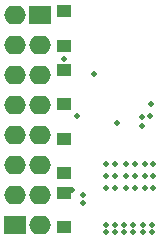
<source format=gbs>
G04*
G04 #@! TF.GenerationSoftware,Altium Limited,Altium Designer,21.6.1 (37)*
G04*
G04 Layer_Color=16711935*
%FSLAX25Y25*%
%MOIN*%
G70*
G04*
G04 #@! TF.SameCoordinates,B910C7B4-C9C7-41F4-8FA7-49552EACB796*
G04*
G04*
G04 #@! TF.FilePolarity,Negative*
G04*
G01*
G75*
%ADD30O,0.07200X0.06200*%
%ADD31R,0.07200X0.06200*%
%ADD32C,0.01972*%
%ADD51R,0.04531X0.04137*%
D30*
X6425Y76660D02*
D03*
Y66659D02*
D03*
Y56660D02*
D03*
Y46659D02*
D03*
Y36659D02*
D03*
Y26659D02*
D03*
Y16659D02*
D03*
X14925Y66659D02*
D03*
Y56660D02*
D03*
Y46659D02*
D03*
Y36659D02*
D03*
Y26659D02*
D03*
Y16659D02*
D03*
Y6659D02*
D03*
D31*
X6425D02*
D03*
X14925Y76660D02*
D03*
D32*
X27226Y42930D02*
D03*
X40410Y40410D02*
D03*
X29145Y16646D02*
D03*
X29255Y13877D02*
D03*
X25546Y18351D02*
D03*
X22730D02*
D03*
X37000Y4100D02*
D03*
Y6600D02*
D03*
X23000Y61850D02*
D03*
X40000Y6600D02*
D03*
X42990D02*
D03*
X43000Y4100D02*
D03*
X46000Y6600D02*
D03*
X49300Y4100D02*
D03*
X40000D02*
D03*
X46000D02*
D03*
X49300Y6600D02*
D03*
X52300D02*
D03*
Y4100D02*
D03*
X52000Y47000D02*
D03*
X52500Y19000D02*
D03*
X40000D02*
D03*
X46500D02*
D03*
X50000D02*
D03*
X43500D02*
D03*
X37000D02*
D03*
X40000Y27000D02*
D03*
X52500D02*
D03*
X46500D02*
D03*
X50000D02*
D03*
X43500D02*
D03*
X37000D02*
D03*
X33000Y57000D02*
D03*
X51500Y43000D02*
D03*
X49000Y42500D02*
D03*
Y39500D02*
D03*
X37000Y23000D02*
D03*
X52500D02*
D03*
X50000D02*
D03*
X46500D02*
D03*
X43500D02*
D03*
X40000D02*
D03*
D51*
X23000Y35209D02*
D03*
Y77709D02*
D03*
Y66291D02*
D03*
Y5791D02*
D03*
Y17209D02*
D03*
Y23791D02*
D03*
Y58209D02*
D03*
Y46791D02*
D03*
M02*

</source>
